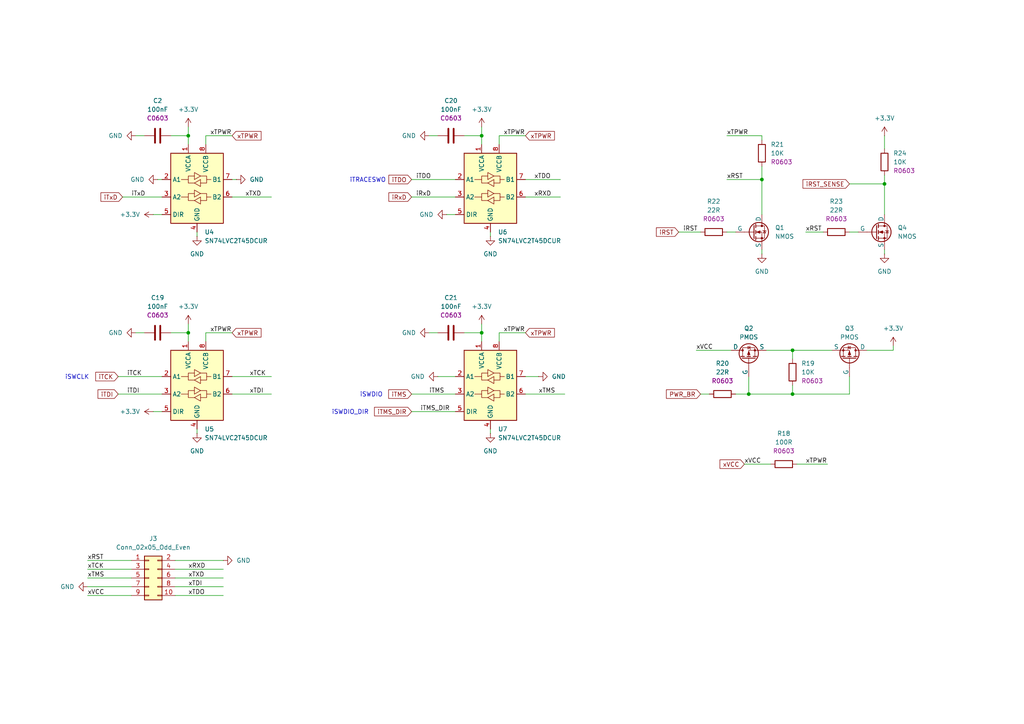
<source format=kicad_sch>
(kicad_sch (version 20231120) (generator "eeschema") (generator_version "8.0")
  (paper "A4")
  (lib_symbols
    (symbol "Connector_Generic:Conn_02x05_Odd_Even" (pin_names (offset 1.016) hide)
      (property "Reference" "J" (at 1.27 7.62 0))
      (property "Value" "Conn_02x05_Odd_Even" (at 1.27 -7.62 0))
      (symbol "Conn_02x05_Odd_Even_1_1"
        (rectangle (start -1.27 -4.953) (end 0 -5.207) (stroke (width 0.1524)))
        (rectangle (start -1.27 -2.413) (end 0 -2.667) (stroke (width 0.1524)))
        (rectangle (start -1.27 0.127) (end 0 -0.127) (stroke (width 0.1524)))
        (rectangle (start -1.27 2.667) (end 0 2.413) (stroke (width 0.1524)))
        (rectangle (start -1.27 5.207) (end 0 4.953) (stroke (width 0.1524)))
        (rectangle (start -1.27 6.35) (end 3.81 -6.35) (stroke (width 0.254)) (fill (type background)))
        (rectangle (start 3.81 -4.953) (end 2.54 -5.207) (stroke (width 0.1524)))
        (rectangle (start 3.81 -2.413) (end 2.54 -2.667) (stroke (width 0.1524)))
        (rectangle (start 3.81 0.127) (end 2.54 -0.127) (stroke (width 0.1524)))
        (rectangle (start 3.81 2.667) (end 2.54 2.413) (stroke (width 0.1524)))
        (rectangle (start 3.81 5.207) (end 2.54 4.953) (stroke (width 0.1524)))
        (pin passive line (at -5.08 5.08 0) (length 3.81) (name "Pin_1") (number "1"))
        (pin passive line (at 7.62 -5.08 180) (length 3.81) (name "Pin_10") (number "10"))
        (pin passive line (at 7.62 5.08 180) (length 3.81) (name "Pin_2") (number "2"))
        (pin passive line (at -5.08 2.54 0) (length 3.81) (name "Pin_3") (number "3"))
        (pin passive line (at 7.62 2.54 180) (length 3.81) (name "Pin_4") (number "4"))
        (pin passive line (at -5.08 0 0) (length 3.81) (name "Pin_5") (number "5"))
        (pin passive line (at 7.62 0 180) (length 3.81) (name "Pin_6") (number "6"))
        (pin passive line (at -5.08 -2.54 0) (length 3.81) (name "Pin_7") (number "7"))
        (pin passive line (at 7.62 -2.54 180) (length 3.81) (name "Pin_8") (number "8"))
        (pin passive line (at -5.08 -5.08 0) (length 3.81) (name "Pin_9") (number "9"))
      )
    )
    (symbol "Device:C" (pin_numbers hide) (pin_names (offset 0.254))
      (property "Reference" "C" (at 0.635 2.54 0))
      (property "Value" "C" (at 0.635 -2.54 0))
      (symbol "C_0_1"
        (polyline (pts (xy -2.032 -0.762) (xy 2.032 -0.762)) (stroke (width 0.508)))
        (polyline (pts (xy -2.032 0.762) (xy 2.032 0.762)) (stroke (width 0.508)))
      )
      (symbol "C_1_1"
        (pin passive line (at 0 3.81 270) (length 2.794) (name "~") (number "1"))
        (pin passive line (at 0 -3.81 90) (length 2.794) (name "~") (number "2"))
      )
    )
    (symbol "Device:R" (pin_numbers hide) (pin_names (offset 0))
      (property "Reference" "R" (at 2.032 0 90))
      (property "Value" "R" (at 0 0 90))
      (symbol "R_0_1"
        (rectangle (start -1.016 -2.54) (end 1.016 2.54) (stroke (width 0.254)))
      )
      (symbol "R_1_1"
        (pin passive line (at 0 3.81 270) (length 1.27) (name "~") (number "1"))
        (pin passive line (at 0 -3.81 90) (length 1.27) (name "~") (number "2"))
      )
    )
    (symbol "Logic_LevelTranslator:SN74LVC2T45DCUR"
      (property "Reference" "U" (at -6.35 11.43 0))
      (property "Value" "SN74LVC2T45DCUR" (at 3.81 11.43 0))
      (symbol "SN74LVC2T45DCUR_0_1"
        (rectangle (start -7.62 10.16) (end 7.62 -10.16) (stroke (width 0.254)) (fill (type background)))
        (polyline (pts (xy -2.54 2.54) (xy -2.54 3.556) (xy -0.762 3.556)))
        (polyline (pts (xy 2.794 2.54) (xy 2.794 1.524) (xy 1.016 1.524)))
        (polyline (pts (xy -0.762 1.524) (xy -2.54 1.524) (xy -2.54 2.54) (xy -4.572 2.54)))
        (polyline (pts (xy -0.762 2.54) (xy -0.762 4.572) (xy 1.016 3.556) (xy -0.762 2.54)))
        (polyline (pts (xy 1.016 3.556) (xy 2.794 3.556) (xy 2.794 2.54) (xy 4.064 2.54)))
        (polyline (pts (xy 1.016 2.54) (xy 1.016 0.762) (xy 1.016 0.508) (xy -0.762 1.524) (xy 1.016 2.54)))
      )
      (symbol "SN74LVC2T45DCUR_1_1"
        (polyline (pts (xy -2.54 -2.54) (xy -2.54 -1.524) (xy -0.762 -1.524)))
        (polyline (pts (xy 2.794 -2.54) (xy 2.794 -3.556) (xy 1.016 -3.556)))
        (polyline (pts (xy -0.762 -3.556) (xy -2.54 -3.556) (xy -2.54 -2.54) (xy -4.572 -2.54)))
        (polyline (pts (xy -0.762 -2.54) (xy -0.762 -0.508) (xy 1.016 -1.524) (xy -0.762 -2.54)))
        (polyline (pts (xy 1.016 -1.524) (xy 2.794 -1.524) (xy 2.794 -2.54) (xy 4.064 -2.54)))
        (polyline (pts (xy 1.016 -2.54) (xy 1.016 -4.318) (xy 1.016 -4.572) (xy -0.762 -3.556) (xy 1.016 -2.54)))
        (pin power_in line (at -2.54 12.7 270) (length 2.54) (name "VCCA") (number "1"))
        (pin bidirectional line (at -10.16 2.54 0) (length 2.54) (name "A1") (number "2"))
        (pin bidirectional line (at -10.16 -2.54 0) (length 2.54) (name "A2") (number "3"))
        (pin power_in line (at 0 -12.7 90) (length 2.54) (name "GND") (number "4"))
        (pin input line (at -10.16 -7.62 0) (length 2.54) (name "DIR") (number "5"))
        (pin bidirectional line (at 10.16 -2.54 180) (length 2.54) (name "B2") (number "6"))
        (pin bidirectional line (at 10.16 2.54 180) (length 2.54) (name "B1") (number "7"))
        (pin power_in line (at 2.54 12.7 270) (length 2.54) (name "VCCB") (number "8"))
      )
    )
    (symbol "Simulation_SPICE:NMOS" (pin_numbers hide) (pin_names (offset 0))
      (property "Reference" "Q" (at 5.08 1.27 0))
      (property "Value" "NMOS" (at 5.08 -1.27 0))
      (symbol "NMOS_0_1"
        (polyline (pts (xy 0.254 0) (xy -2.54 0)))
        (polyline (pts (xy 0.254 1.905) (xy 0.254 -1.905)) (stroke (width 0.254)))
        (polyline (pts (xy 0.762 -1.27) (xy 0.762 -2.286)) (stroke (width 0.254)))
        (polyline (pts (xy 0.762 0.508) (xy 0.762 -0.508)) (stroke (width 0.254)))
        (polyline (pts (xy 0.762 2.286) (xy 0.762 1.27)) (stroke (width 0.254)))
        (polyline (pts (xy 2.54 2.54) (xy 2.54 1.778)))
        (polyline (pts (xy 2.54 -2.54) (xy 2.54 0) (xy 0.762 0)))
        (polyline (pts (xy 0.762 -1.778) (xy 3.302 -1.778) (xy 3.302 1.778) (xy 0.762 1.778)))
        (polyline (pts (xy 1.016 0) (xy 2.032 0.381) (xy 2.032 -0.381) (xy 1.016 0)) (fill (type outline)))
        (polyline (pts (xy 2.794 0.508) (xy 2.921 0.381) (xy 3.683 0.381) (xy 3.81 0.254)))
        (polyline (pts (xy 3.302 0.381) (xy 2.921 -0.254) (xy 3.683 -0.254) (xy 3.302 0.381)))
        (circle (center 1.651 0) (radius 2.794) (stroke (width 0.254)))
        (circle (center 2.54 -1.778) (radius 0.254) (fill (type outline)))
        (circle (center 2.54 1.778) (radius 0.254) (fill (type outline)))
      )
      (symbol "NMOS_1_1"
        (pin passive line (at 2.54 5.08 270) (length 2.54) (name "D") (number "1"))
        (pin input line (at -5.08 0 0) (length 2.54) (name "G") (number "2"))
        (pin passive line (at 2.54 -5.08 90) (length 2.54) (name "S") (number "3"))
      )
    )
    (symbol "Simulation_SPICE:PMOS" (pin_numbers hide) (pin_names (offset 0))
      (property "Reference" "Q" (at 5.08 1.27 0))
      (property "Value" "PMOS" (at 5.08 -1.27 0))
      (symbol "PMOS_0_1"
        (polyline (pts (xy 0.254 0) (xy -2.54 0)))
        (polyline (pts (xy 0.254 1.905) (xy 0.254 -1.905)) (stroke (width 0.254)))
        (polyline (pts (xy 0.762 -1.27) (xy 0.762 -2.286)) (stroke (width 0.254)))
        (polyline (pts (xy 0.762 0.508) (xy 0.762 -0.508)) (stroke (width 0.254)))
        (polyline (pts (xy 0.762 2.286) (xy 0.762 1.27)) (stroke (width 0.254)))
        (polyline (pts (xy 2.54 2.54) (xy 2.54 1.778)))
        (polyline (pts (xy 2.54 -2.54) (xy 2.54 0) (xy 0.762 0)))
        (polyline (pts (xy 0.762 1.778) (xy 3.302 1.778) (xy 3.302 -1.778) (xy 0.762 -1.778)))
        (polyline (pts (xy 2.286 0) (xy 1.27 0.381) (xy 1.27 -0.381) (xy 2.286 0)) (fill (type outline)))
        (polyline (pts (xy 2.794 -0.508) (xy 2.921 -0.381) (xy 3.683 -0.381) (xy 3.81 -0.254)))
        (polyline (pts (xy 3.302 -0.381) (xy 2.921 0.254) (xy 3.683 0.254) (xy 3.302 -0.381)))
        (circle (center 1.651 0) (radius 2.794) (stroke (width 0.254)))
        (circle (center 2.54 -1.778) (radius 0.254) (fill (type outline)))
        (circle (center 2.54 1.778) (radius 0.254) (fill (type outline)))
      )
      (symbol "PMOS_1_1"
        (pin passive line (at 2.54 5.08 270) (length 2.54) (name "D") (number "1"))
        (pin input line (at -5.08 0 0) (length 2.54) (name "G") (number "2"))
        (pin passive line (at 2.54 -5.08 90) (length 2.54) (name "S") (number "3"))
      )
    )
    (symbol "power:+3.3V" (power) (pin_numbers hide) (pin_names (offset 0) hide)
      (property "Value" "+3.3V" (at 0 3.556 0))
      (symbol "+3.3V_0_1"
        (polyline (pts (xy -0.762 1.27) (xy 0 2.54)))
        (polyline (pts (xy 0 0) (xy 0 2.54)))
        (polyline (pts (xy 0 2.54) (xy 0.762 1.27)))
      )
      (symbol "+3.3V_1_1"
        (pin power_in line (at 0 0 90) (length 0) (name "~") (number "1"))
      )
    )
    (symbol "power:GND" (power) (pin_numbers hide) (pin_names (offset 0) hide)
      (property "Value" "GND" (at 0 -3.81 0))
      (symbol "GND_0_1"
        (polyline (pts (xy 0 0) (xy 0 -1.27) (xy 1.27 -1.27) (xy 0 -2.54) (xy -1.27 -1.27) (xy 0 -1.27)))
      )
      (symbol "GND_1_1"
        (pin power_in line (at 0 0 270) (length 0) (name "~") (number "1"))
      )
    )
  )
  (junction (at 220.98 52.07))
  (junction (at 229.87 101.6))
  (junction (at 256.54 53.34))
  (junction (at 217.17 114.3))
  (junction (at 54.61 39.37))
  (junction (at 229.87 114.3))
  (junction (at 139.7 39.37))
  (junction (at 54.61 96.52))
  (junction (at 139.7 96.52))
  (wire (pts (xy 127 109.22) (xy 132.08 109.22)))
  (wire (pts (xy 49.53 96.52) (xy 54.61 96.52)))
  (wire (pts (xy 54.61 36.83) (xy 54.61 39.37)))
  (wire (pts (xy 54.61 96.52) (xy 54.61 99.06)))
  (wire (pts (xy 57.15 67.31) (xy 57.15 68.58)))
  (wire (pts (xy 39.37 39.37) (xy 41.91 39.37)))
  (wire (pts (xy 196.85 67.31) (xy 203.2 67.31)))
  (wire (pts (xy 210.82 52.07) (xy 220.98 52.07)))
  (wire (pts (xy 50.8 170.18) (xy 64.77 170.18)))
  (wire (pts (xy 229.87 101.6) (xy 222.25 101.6)))
  (wire (pts (xy 152.4 52.07) (xy 162.56 52.07)))
  (wire (pts (xy 229.87 114.3) (xy 246.38 114.3)))
  (wire (pts (xy 59.69 96.52) (xy 67.31 96.52)))
  (wire (pts (xy 45.72 52.07) (xy 46.99 52.07)))
  (wire (pts (xy 59.69 39.37) (xy 67.31 39.37)))
  (wire (pts (xy 229.87 101.6) (xy 241.3 101.6)))
  (wire (pts (xy 217.17 109.22) (xy 217.17 114.3)))
  (wire (pts (xy 152.4 109.22) (xy 156.21 109.22)))
  (wire (pts (xy 215.9 134.62) (xy 223.52 134.62)))
  (wire (pts (xy 59.69 41.91) (xy 59.69 39.37)))
  (wire (pts (xy 124.46 39.37) (xy 127 39.37)))
  (wire (pts (xy 25.4 172.72) (xy 38.1 172.72)))
  (wire (pts (xy 152.4 57.15) (xy 162.56 57.15)))
  (wire (pts (xy 129.54 62.23) (xy 132.08 62.23)))
  (wire (pts (xy 54.61 93.98) (xy 54.61 96.52)))
  (wire (pts (xy 67.31 57.15) (xy 78.74 57.15)))
  (wire (pts (xy 256.54 53.34) (xy 256.54 62.23)))
  (wire (pts (xy 139.7 36.83) (xy 139.7 39.37)))
  (wire (pts (xy 119.38 52.07) (xy 132.08 52.07)))
  (wire (pts (xy 50.8 165.1) (xy 64.77 165.1)))
  (wire (pts (xy 44.45 62.23) (xy 46.99 62.23)))
  (wire (pts (xy 144.78 99.06) (xy 144.78 96.52)))
  (wire (pts (xy 67.31 52.07) (xy 68.58 52.07)))
  (wire (pts (xy 139.7 39.37) (xy 139.7 41.91)))
  (wire (pts (xy 256.54 72.39) (xy 256.54 73.66)))
  (wire (pts (xy 142.24 67.31) (xy 142.24 68.58)))
  (wire (pts (xy 229.87 114.3) (xy 217.17 114.3)))
  (wire (pts (xy 50.8 167.64) (xy 64.77 167.64)))
  (wire (pts (xy 39.37 96.52) (xy 41.91 96.52)))
  (wire (pts (xy 59.69 99.06) (xy 59.69 96.52)))
  (wire (pts (xy 134.62 96.52) (xy 139.7 96.52)))
  (wire (pts (xy 203.2 114.3) (xy 205.74 114.3)))
  (wire (pts (xy 25.4 165.1) (xy 38.1 165.1)))
  (wire (pts (xy 229.87 104.14) (xy 229.87 101.6)))
  (wire (pts (xy 210.82 39.37) (xy 220.98 39.37)))
  (wire (pts (xy 54.61 39.37) (xy 54.61 41.91)))
  (wire (pts (xy 25.4 167.64) (xy 38.1 167.64)))
  (wire (pts (xy 49.53 39.37) (xy 54.61 39.37)))
  (wire (pts (xy 139.7 96.52) (xy 139.7 99.06)))
  (wire (pts (xy 50.8 162.56) (xy 64.77 162.56)))
  (wire (pts (xy 246.38 109.22) (xy 246.38 114.3)))
  (wire (pts (xy 144.78 96.52) (xy 152.4 96.52)))
  (wire (pts (xy 50.8 172.72) (xy 64.77 172.72)))
  (wire (pts (xy 152.4 114.3) (xy 163.83 114.3)))
  (wire (pts (xy 119.38 57.15) (xy 132.08 57.15)))
  (wire (pts (xy 25.4 162.56) (xy 38.1 162.56)))
  (wire (pts (xy 231.14 134.62) (xy 240.03 134.62)))
  (wire (pts (xy 220.98 52.07) (xy 220.98 62.23)))
  (wire (pts (xy 233.68 67.31) (xy 238.76 67.31)))
  (wire (pts (xy 229.87 111.76) (xy 229.87 114.3)))
  (wire (pts (xy 119.38 119.38) (xy 132.08 119.38)))
  (wire (pts (xy 67.31 114.3) (xy 78.74 114.3)))
  (wire (pts (xy 44.45 119.38) (xy 46.99 119.38)))
  (wire (pts (xy 25.4 170.18) (xy 38.1 170.18)))
  (wire (pts (xy 142.24 124.46) (xy 142.24 125.73)))
  (wire (pts (xy 57.15 124.46) (xy 57.15 125.73)))
  (wire (pts (xy 210.82 67.31) (xy 213.36 67.31)))
  (wire (pts (xy 259.08 101.6) (xy 251.46 101.6)))
  (wire (pts (xy 201.93 101.6) (xy 212.09 101.6)))
  (wire (pts (xy 34.29 114.3) (xy 46.99 114.3)))
  (wire (pts (xy 220.98 72.39) (xy 220.98 73.66)))
  (wire (pts (xy 119.38 114.3) (xy 132.08 114.3)))
  (wire (pts (xy 246.38 53.34) (xy 256.54 53.34)))
  (wire (pts (xy 220.98 39.37) (xy 220.98 40.64)))
  (wire (pts (xy 134.62 39.37) (xy 139.7 39.37)))
  (wire (pts (xy 259.08 100.33) (xy 259.08 101.6)))
  (wire (pts (xy 213.36 114.3) (xy 217.17 114.3)))
  (wire (pts (xy 256.54 39.37) (xy 256.54 43.18)))
  (wire (pts (xy 144.78 39.37) (xy 152.4 39.37)))
  (wire (pts (xy 67.31 109.22) (xy 78.74 109.22)))
  (wire (pts (xy 246.38 67.31) (xy 248.92 67.31)))
  (wire (pts (xy 124.46 96.52) (xy 127 96.52)))
  (wire (pts (xy 256.54 50.8) (xy 256.54 53.34)))
  (wire (pts (xy 34.29 109.22) (xy 46.99 109.22)))
  (wire (pts (xy 35.56 57.15) (xy 46.99 57.15)))
  (wire (pts (xy 139.7 93.98) (xy 139.7 96.52)))
  (wire (pts (xy 144.78 41.91) (xy 144.78 39.37)))
  (wire (pts (xy 220.98 48.26) (xy 220.98 52.07)))
  (text "iSWDIO" (at 107.696 114.554 0) (effects (font (size 1.27 1.27))))
  (text "iSWCLK" (at 22.352 109.474 0) (effects (font (size 1.27 1.27))))
  (text "iSWDIO_DIR" (at 101.6 119.634 0) (effects (font (size 1.27 1.27))))
  (text "iTRACESWO" (at 106.68 52.324 0) (effects (font (size 1.27 1.27))))
  (label "xTMS" (at 25.4 167.64 0))
  (label "xTDI" (at 72.39 114.3 0))
  (label "iTDI" (at 36.83 114.3 0))
  (label "xRXD" (at 54.61 165.1 0))
  (label "xVCC" (at 25.4 172.72 0))
  (label "iTxD" (at 38.1 57.15 0))
  (label "xVCC" (at 215.9 134.62 0))
  (label "iTMS_DIR" (at 121.92 119.38 0))
  (label "xTPWR" (at 60.96 39.37 0))
  (label "xTXD" (at 71.12 57.15 0))
  (label "xTPWR" (at 146.05 96.52 0))
  (label "xTCK" (at 25.4 165.1 0))
  (label "xRST" (at 210.82 52.07 0))
  (label "xRXD" (at 154.94 57.15 0))
  (label "iRxD" (at 120.65 57.15 0))
  (label "xTPWR" (at 210.82 39.37 0))
  (label "iTMS" (at 124.46 114.3 0))
  (label "xTDI" (at 54.61 170.18 0))
  (label "iTCK" (at 36.83 109.22 0))
  (label "xTDO" (at 154.94 52.07 0))
  (label "xTCK" (at 72.39 109.22 0))
  (label "iTDO" (at 120.65 52.07 0))
  (label "xTPWR" (at 60.96 96.52 0))
  (label "xTPWR" (at 146.05 39.37 0))
  (label "xVCC" (at 201.93 101.6 0))
  (label "xRST" (at 25.4 162.56 0))
  (label "xTPWR" (at 233.68 134.62 0))
  (label "iRST" (at 198.12 67.31 0))
  (label "xTXD" (at 54.61 167.64 0))
  (label "xRST" (at 233.68 67.31 0))
  (label "xTDO" (at 54.61 172.72 0))
  (label "xTMS" (at 156.21 114.3 0))
  (global_label "iTMS" (shape input) (at 119.38 114.3 180) (property "Intersheetrefs" "${INTERSHEET_REFS}" (effects (hide yes))))
  (global_label "PWR_BR" (shape input) (at 203.2 114.3 180) (property "Intersheetrefs" "${INTERSHEET_REFS}" (effects (hide yes))))
  (global_label "iRST" (shape input) (at 196.85 67.31 180) (property "Intersheetrefs" "${INTERSHEET_REFS}" (effects (hide yes))))
  (global_label "xTPWR" (shape input) (at 152.4 39.37 0) (property "Intersheetrefs" "${INTERSHEET_REFS}" (effects (hide yes))))
  (global_label "iRST_SENSE" (shape input) (at 246.38 53.34 180) (property "Intersheetrefs" "${INTERSHEET_REFS}" (effects (hide yes))))
  (global_label "xTPWR" (shape input) (at 67.31 39.37 0) (property "Intersheetrefs" "${INTERSHEET_REFS}" (effects (hide yes))))
  (global_label "xTPWR" (shape input) (at 152.4 96.52 0) (property "Intersheetrefs" "${INTERSHEET_REFS}" (effects (hide yes))))
  (global_label "iTxD" (shape input) (at 35.56 57.15 180) (property "Intersheetrefs" "${INTERSHEET_REFS}" (effects (hide yes))))
  (global_label "iTDI" (shape input) (at 34.29 114.3 180) (property "Intersheetrefs" "${INTERSHEET_REFS}" (effects (hide yes))))
  (global_label "xTPWR" (shape input) (at 67.31 96.52 0) (property "Intersheetrefs" "${INTERSHEET_REFS}" (effects (hide yes))))
  (global_label "xVCC" (shape input) (at 215.9 134.62 180) (property "Intersheetrefs" "${INTERSHEET_REFS}" (effects (hide yes))))
  (global_label "iRxD" (shape input) (at 119.38 57.15 180) (property "Intersheetrefs" "${INTERSHEET_REFS}" (effects (hide yes))))
  (global_label "iTMS_DIR" (shape input) (at 119.38 119.38 180) (property "Intersheetrefs" "${INTERSHEET_REFS}" (effects (hide yes))))
  (global_label "iTCK" (shape input) (at 34.29 109.22 180) (property "Intersheetrefs" "${INTERSHEET_REFS}" (effects (hide yes))))
  (global_label "iTDO" (shape input) (at 119.38 52.07 180) (property "Intersheetrefs" "${INTERSHEET_REFS}" (effects (hide yes))))
  (symbol (lib_id "Logic_LevelTranslator:SN74LVC2T45DCUR") (at 142.24 111.76 0) (unit 1)
    (property "Reference" "U7" (at 144.4341 124.46 0) (effects (justify left)))
    (property "Value" "SN74LVC2T45DCUR" (at 144.4341 127 0) (effects (justify left)))
    (property "Footprint" "Package_SO:VSSOP-8_2.3x2mm_P0.5mm" (effects (hide yes)))
    (property "Datasheet" "http://www.ti.com/lit/ds/symlink/sn74lvc2t45.pdf" (effects (hide yes)))
    (property "Description" "Dual-Bit Dual-Supply Bus Transceiver With Configurable Voltage Translation and 3-State Outputs, VSSOP-8" (effects (hide yes)))
  )
  (symbol (lib_id "Device:C") (at 45.72 39.37 90) (unit 1)
    (property "Reference" "C2" (at 45.72 29.21 90))
    (property "Value" "100nF" (at 45.72 31.75 90))
    (property "Footprint" "Capacitor_SMD:C_0603_1608Metric" (effects (hide yes)))
    (property "Description" "Unpolarized capacitor" (effects (hide yes)))
    (property "Package" "C0603" (at 45.72 34.29 90))
  )
  (symbol (lib_id "Logic_LevelTranslator:SN74LVC2T45DCUR") (at 57.15 54.61 0) (unit 1)
    (property "Reference" "U4" (at 59.3441 67.31 0) (effects (justify left)))
    (property "Value" "SN74LVC2T45DCUR" (at 59.3441 69.85 0) (effects (justify left)))
    (property "Footprint" "Package_SO:VSSOP-8_2.3x2mm_P0.5mm" (effects (hide yes)))
    (property "Datasheet" "http://www.ti.com/lit/ds/symlink/sn74lvc2t45.pdf" (effects (hide yes)))
    (property "Description" "Dual-Bit Dual-Supply Bus Transceiver With Configurable Voltage Translation and 3-State Outputs, VSSOP-8" (effects (hide yes)))
  )
  (symbol (lib_id "power:GND") (at 129.54 62.23 270) (unit 1)
    (property "Reference" "#PWR045" (effects (hide yes)))
    (property "Value" "GND" (at 125.73 62.2299 90) (effects (justify right)))
    (property "Description" "Power symbol creates a global label with name \"GND\" , ground" (effects (hide yes)))
  )
  (symbol (lib_id "Device:R") (at 207.01 67.31 270) (unit 1)
    (property "Reference" "R22" (at 207.01 58.42 90))
    (property "Value" "22R" (at 207.01 60.96 90))
    (property "Footprint" "Resistor_SMD:R_0603_1608Metric" (effects (hide yes)))
    (property "Description" "Resistor" (effects (hide yes)))
    (property "Package" "R0603" (at 207.01 63.5 90))
  )
  (symbol (lib_id "power:+3.3V") (at 256.54 39.37 0) (unit 1)
    (property "Reference" "#PWR061" (effects (hide yes)))
    (property "Value" "+3.3V" (at 256.54 34.29 0))
    (property "Description" "Power symbol creates a global label with name \"+3.3V\"" (effects (hide yes)))
  )
  (symbol (lib_id "power:GND") (at 57.15 125.73 0) (unit 1)
    (property "Reference" "#PWR043" (effects (hide yes)))
    (property "Value" "GND" (at 57.15 130.81 0))
    (property "Description" "Power symbol creates a global label with name \"GND\" , ground" (effects (hide yes)))
  )
  (symbol (lib_id "power:GND") (at 124.46 39.37 270) (unit 1)
    (property "Reference" "#PWR044" (effects (hide yes)))
    (property "Value" "GND" (at 120.65 39.3699 90) (effects (justify right)))
    (property "Description" "Power symbol creates a global label with name \"GND\" , ground" (effects (hide yes)))
  )
  (symbol (lib_id "power:+3.3V") (at 44.45 62.23 90) (unit 1)
    (property "Reference" "#PWR036" (effects (hide yes)))
    (property "Value" "+3.3V" (at 40.64 62.2299 90) (effects (justify left)))
    (property "Description" "Power symbol creates a global label with name \"+3.3V\"" (effects (hide yes)))
  )
  (symbol (lib_id "power:+3.3V") (at 54.61 93.98 0) (unit 1)
    (property "Reference" "#PWR042" (effects (hide yes)))
    (property "Value" "+3.3V" (at 54.61 88.9 0))
    (property "Description" "Power symbol creates a global label with name \"+3.3V\"" (effects (hide yes)))
  )
  (symbol (lib_id "Device:R") (at 242.57 67.31 270) (unit 1)
    (property "Reference" "R23" (at 242.57 58.42 90))
    (property "Value" "22R" (at 242.57 60.96 90))
    (property "Footprint" "Resistor_SMD:R_0603_1608Metric" (effects (hide yes)))
    (property "Description" "Resistor" (effects (hide yes)))
    (property "Package" "R0603" (at 242.57 63.5 90))
  )
  (symbol (lib_id "Device:R") (at 229.87 107.95 0) (unit 1)
    (property "Reference" "R19" (at 232.41 105.4099 0) (effects (justify left)))
    (property "Value" "10K" (at 232.41 107.9499 0) (effects (justify left)))
    (property "Footprint" "Resistor_SMD:R_0603_1608Metric" (effects (hide yes)))
    (property "Description" "Resistor" (effects (hide yes)))
    (property "Package" "R0603" (at 232.41 110.4899 0) (effects (justify left)))
  )
  (symbol (lib_id "Simulation_SPICE:PMOS") (at 217.17 104.14 90) (unit 1)
    (property "Reference" "Q2" (at 217.17 95.25 90))
    (property "Value" "PMOS" (at 217.17 97.79 90))
    (property "Footprint" "Package_TO_SOT_SMD:SOT-23-3" (effects (hide yes)))
    (property "Datasheet" "https://ngspice.sourceforge.io/docs/ngspice-html-manual/manual.xhtml#cha_MOSFETs" (effects (hide yes)))
    (property "Description" "P-MOSFET transistor, drain/source/gate" (effects (hide yes)))
    (property "Sim.Device" "PMOS" (effects (hide yes)))
    (property "Sim.Type" "VDMOS" (effects (hide yes)))
    (property "Sim.Pins" "1=D 2=G 3=S" (effects (hide yes)))
  )
  (symbol (lib_id "power:+3.3V") (at 259.08 100.33 0) (unit 1)
    (property "Reference" "#PWR058" (effects (hide yes)))
    (property "Value" "+3.3V" (at 259.08 95.25 0))
    (property "Description" "Power symbol creates a global label with name \"+3.3V\"" (effects (hide yes)))
  )
  (symbol (lib_id "power:GND") (at 68.58 52.07 90) (unit 1)
    (property "Reference" "#PWR053" (effects (hide yes)))
    (property "Value" "GND" (at 72.39 52.0699 90) (effects (justify right)))
    (property "Description" "Power symbol creates a global label with name \"GND\" , ground" (effects (hide yes)))
  )
  (symbol (lib_id "power:GND") (at 64.77 162.56 90) (unit 1)
    (property "Reference" "#PWR057" (effects (hide yes)))
    (property "Value" "GND" (at 68.58 162.5599 90) (effects (justify right)))
    (property "Description" "Power symbol creates a global label with name \"GND\" , ground" (effects (hide yes)))
  )
  (symbol (lib_id "Device:R") (at 220.98 44.45 0) (unit 1)
    (property "Reference" "R21" (at 223.52 41.9099 0) (effects (justify left)))
    (property "Value" "10K" (at 223.52 44.4499 0) (effects (justify left)))
    (property "Footprint" "Resistor_SMD:R_0603_1608Metric" (effects (hide yes)))
    (property "Description" "Resistor" (effects (hide yes)))
    (property "Package" "R0603" (at 223.52 46.9899 0) (effects (justify left)))
  )
  (symbol (lib_id "Device:R") (at 209.55 114.3 270) (unit 1)
    (property "Reference" "R20" (at 209.55 105.41 90))
    (property "Value" "22R" (at 209.55 107.95 90))
    (property "Footprint" "Resistor_SMD:R_0603_1608Metric" (effects (hide yes)))
    (property "Description" "Resistor" (effects (hide yes)))
    (property "Package" "R0603" (at 209.55 110.49 90))
  )
  (symbol (lib_id "power:GND") (at 156.21 109.22 90) (unit 1)
    (property "Reference" "#PWR055" (effects (hide yes)))
    (property "Value" "GND" (at 160.02 109.2199 90) (effects (justify right)))
    (property "Description" "Power symbol creates a global label with name \"GND\" , ground" (effects (hide yes)))
  )
  (symbol (lib_id "power:+3.3V") (at 139.7 93.98 0) (unit 1)
    (property "Reference" "#PWR050" (effects (hide yes)))
    (property "Value" "+3.3V" (at 139.7 88.9 0))
    (property "Description" "Power symbol creates a global label with name \"+3.3V\"" (effects (hide yes)))
  )
  (symbol (lib_id "power:GND") (at 142.24 68.58 0) (unit 1)
    (property "Reference" "#PWR047" (effects (hide yes)))
    (property "Value" "GND" (at 142.24 73.66 0))
    (property "Description" "Power symbol creates a global label with name \"GND\" , ground" (effects (hide yes)))
  )
  (symbol (lib_id "Simulation_SPICE:PMOS") (at 246.38 104.14 270) (mirror x) (unit 1)
    (property "Reference" "Q3" (at 246.38 95.25 90))
    (property "Value" "PMOS" (at 246.38 97.79 90))
    (property "Footprint" "Package_TO_SOT_SMD:SOT-23-3" (effects (hide yes)))
    (property "Datasheet" "https://ngspice.sourceforge.io/docs/ngspice-html-manual/manual.xhtml#cha_MOSFETs" (effects (hide yes)))
    (property "Description" "P-MOSFET transistor, drain/source/gate" (effects (hide yes)))
    (property "Sim.Device" "PMOS" (effects (hide yes)))
    (property "Sim.Type" "VDMOS" (effects (hide yes)))
    (property "Sim.Pins" "1=D 2=G 3=S" (effects (hide yes)))
  )
  (symbol (lib_id "Device:C") (at 45.72 96.52 90) (unit 1)
    (property "Reference" "C19" (at 45.72 86.36 90))
    (property "Value" "100nF" (at 45.72 88.9 90))
    (property "Footprint" "Capacitor_SMD:C_0603_1608Metric" (effects (hide yes)))
    (property "Description" "Unpolarized capacitor" (effects (hide yes)))
    (property "Package" "C0603" (at 45.72 91.44 90))
  )
  (symbol (lib_id "Device:C") (at 130.81 96.52 90) (unit 1)
    (property "Reference" "C21" (at 130.81 86.36 90))
    (property "Value" "100nF" (at 130.81 88.9 90))
    (property "Footprint" "Capacitor_SMD:C_0603_1608Metric" (effects (hide yes)))
    (property "Description" "Unpolarized capacitor" (effects (hide yes)))
    (property "Package" "C0603" (at 130.81 91.44 90))
  )
  (symbol (lib_id "power:+3.3V") (at 54.61 36.83 0) (unit 1)
    (property "Reference" "#PWR040" (effects (hide yes)))
    (property "Value" "+3.3V" (at 54.61 31.75 0))
    (property "Description" "Power symbol creates a global label with name \"+3.3V\"" (effects (hide yes)))
  )
  (symbol (lib_id "power:GND") (at 39.37 96.52 270) (unit 1)
    (property "Reference" "#PWR037" (effects (hide yes)))
    (property "Value" "GND" (at 35.56 96.5199 90) (effects (justify right)))
    (property "Description" "Power symbol creates a global label with name \"GND\" , ground" (effects (hide yes)))
  )
  (symbol (lib_id "power:GND") (at 57.15 68.58 0) (unit 1)
    (property "Reference" "#PWR038" (effects (hide yes)))
    (property "Value" "GND" (at 57.15 73.66 0))
    (property "Description" "Power symbol creates a global label with name \"GND\" , ground" (effects (hide yes)))
  )
  (symbol (lib_id "Connector_Generic:Conn_02x05_Odd_Even") (at 43.18 167.64 0) (unit 1)
    (property "Reference" "J3" (at 44.45 156.21 0))
    (property "Value" "Conn_02x05_Odd_Even" (at 44.45 158.75 0))
    (property "Footprint" "Connector_PinHeader_2.54mm:PinHeader_2x05_P2.54mm_Horizontal" (effects (hide yes)))
    (property "Description" "Generic connector, double row, 02x05, odd/even pin numbering scheme (row 1 odd numbers, row 2 even numbers), script generated (kicad-library-utils/schlib/autogen/connector/)" (effects (hide yes)))
  )
  (symbol (lib_id "power:GND") (at 127 109.22 270) (unit 1)
    (property "Reference" "#PWR054" (effects (hide yes)))
    (property "Value" "GND" (at 123.19 109.2199 90) (effects (justify right)))
    (property "Description" "Power symbol creates a global label with name \"GND\" , ground" (effects (hide yes)))
  )
  (symbol (lib_id "Simulation_SPICE:NMOS") (at 254 67.31 0) (unit 1)
    (property "Reference" "Q4" (at 260.35 66.0399 0) (effects (justify left)))
    (property "Value" "NMOS" (at 260.35 68.5799 0) (effects (justify left)))
    (property "Footprint" "Package_TO_SOT_SMD:SOT-23-3" (effects (hide yes)))
    (property "Datasheet" "https://ngspice.sourceforge.io/docs/ngspice-html-manual/manual.xhtml#cha_MOSFETs" (effects (hide yes)))
    (property "Description" "N-MOSFET transistor, drain/source/gate" (effects (hide yes)))
    (property "Sim.Device" "NMOS" (effects (hide yes)))
    (property "Sim.Type" "VDMOS" (effects (hide yes)))
    (property "Sim.Pins" "1=D 2=G 3=S" (effects (hide yes)))
  )
  (symbol (lib_id "power:GND") (at 45.72 52.07 270) (unit 1)
    (property "Reference" "#PWR052" (effects (hide yes)))
    (property "Value" "GND" (at 41.91 52.0699 90) (effects (justify right)))
    (property "Description" "Power symbol creates a global label with name \"GND\" , ground" (effects (hide yes)))
  )
  (symbol (lib_id "power:GND") (at 220.98 73.66 0) (unit 1)
    (property "Reference" "#PWR059" (effects (hide yes)))
    (property "Value" "GND" (at 220.98 78.74 0))
    (property "Description" "Power symbol creates a global label with name \"GND\" , ground" (effects (hide yes)))
  )
  (symbol (lib_id "Device:R") (at 256.54 46.99 0) (unit 1)
    (property "Reference" "R24" (at 259.08 44.4499 0) (effects (justify left)))
    (property "Value" "10K" (at 259.08 46.9899 0) (effects (justify left)))
    (property "Footprint" "Resistor_SMD:R_0603_1608Metric" (effects (hide yes)))
    (property "Description" "Resistor" (effects (hide yes)))
    (property "Package" "R0603" (at 259.08 49.5299 0) (effects (justify left)))
  )
  (symbol (lib_id "Device:C") (at 130.81 39.37 90) (unit 1)
    (property "Reference" "C20" (at 130.81 29.21 90))
    (property "Value" "100nF" (at 130.81 31.75 90))
    (property "Footprint" "Capacitor_SMD:C_0603_1608Metric" (effects (hide yes)))
    (property "Description" "Unpolarized capacitor" (effects (hide yes)))
    (property "Package" "C0603" (at 130.81 34.29 90))
  )
  (symbol (lib_id "Logic_LevelTranslator:SN74LVC2T45DCUR") (at 142.24 54.61 0) (unit 1)
    (property "Reference" "U6" (at 144.4341 67.31 0) (effects (justify left)))
    (property "Value" "SN74LVC2T45DCUR" (at 144.4341 69.85 0) (effects (justify left)))
    (property "Footprint" "Package_SO:VSSOP-8_2.3x2mm_P0.5mm" (effects (hide yes)))
    (property "Datasheet" "http://www.ti.com/lit/ds/symlink/sn74lvc2t45.pdf" (effects (hide yes)))
    (property "Description" "Dual-Bit Dual-Supply Bus Transceiver With Configurable Voltage Translation and 3-State Outputs, VSSOP-8" (effects (hide yes)))
  )
  (symbol (lib_id "Logic_LevelTranslator:SN74LVC2T45DCUR") (at 57.15 111.76 0) (unit 1)
    (property "Reference" "U5" (at 59.3441 124.46 0) (effects (justify left)))
    (property "Value" "SN74LVC2T45DCUR" (at 59.3441 127 0) (effects (justify left)))
    (property "Footprint" "Package_SO:VSSOP-8_2.3x2mm_P0.5mm" (effects (hide yes)))
    (property "Datasheet" "http://www.ti.com/lit/ds/symlink/sn74lvc2t45.pdf" (effects (hide yes)))
    (property "Description" "Dual-Bit Dual-Supply Bus Transceiver With Configurable Voltage Translation and 3-State Outputs, VSSOP-8" (effects (hide yes)))
  )
  (symbol (lib_id "power:+3.3V") (at 139.7 36.83 0) (unit 1)
    (property "Reference" "#PWR046" (effects (hide yes)))
    (property "Value" "+3.3V" (at 139.7 31.75 0))
    (property "Description" "Power symbol creates a global label with name \"+3.3V\"" (effects (hide yes)))
  )
  (symbol (lib_id "power:GND") (at 39.37 39.37 270) (unit 1)
    (property "Reference" "#PWR041" (effects (hide yes)))
    (property "Value" "GND" (at 35.56 39.3699 90) (effects (justify right)))
    (property "Description" "Power symbol creates a global label with name \"GND\" , ground" (effects (hide yes)))
  )
  (symbol (lib_id "power:GND") (at 142.24 125.73 0) (unit 1)
    (property "Reference" "#PWR051" (effects (hide yes)))
    (property "Value" "GND" (at 142.24 130.81 0))
    (property "Description" "Power symbol creates a global label with name \"GND\" , ground" (effects (hide yes)))
  )
  (symbol (lib_id "power:GND") (at 124.46 96.52 270) (unit 1)
    (property "Reference" "#PWR048" (effects (hide yes)))
    (property "Value" "GND" (at 120.65 96.5199 90) (effects (justify right)))
    (property "Description" "Power symbol creates a global label with name \"GND\" , ground" (effects (hide yes)))
  )
  (symbol (lib_id "power:GND") (at 25.4 170.18 270) (unit 1)
    (property "Reference" "#PWR056" (effects (hide yes)))
    (property "Value" "GND" (at 21.59 170.1799 90) (effects (justify right)))
    (property "Description" "Power symbol creates a global label with name \"GND\" , ground" (effects (hide yes)))
  )
  (symbol (lib_id "Device:R") (at 227.33 134.62 270) (unit 1)
    (property "Reference" "R18" (at 227.33 125.73 90))
    (property "Value" "100R" (at 227.33 128.27 90))
    (property "Footprint" "Resistor_SMD:R_0603_1608Metric" (effects (hide yes)))
    (property "Description" "Resistor" (effects (hide yes)))
    (property "Package" "R0603" (at 227.33 130.81 90))
  )
  (symbol (lib_id "power:GND") (at 256.54 73.66 0) (unit 1)
    (property "Reference" "#PWR060" (effects (hide yes)))
    (property "Value" "GND" (at 256.54 78.74 0))
    (property "Description" "Power symbol creates a global label with name \"GND\" , ground" (effects (hide yes)))
  )
  (symbol (lib_id "power:+3.3V") (at 44.45 119.38 90) (unit 1)
    (property "Reference" "#PWR039" (effects (hide yes)))
    (property "Value" "+3.3V" (at 40.64 119.3799 90) (effects (justify left)))
    (property "Description" "Power symbol creates a global label with name \"+3.3V\"" (effects (hide yes)))
  )
  (symbol (lib_id "Simulation_SPICE:NMOS") (at 218.44 67.31 0) (unit 1)
    (property "Reference" "Q1" (at 224.79 66.0399 0) (effects (justify left)))
    (property "Value" "NMOS" (at 224.79 68.5799 0) (effects (justify left)))
    (property "Footprint" "Package_TO_SOT_SMD:SOT-23-3" (effects (hide yes)))
    (property "Datasheet" "https://ngspice.sourceforge.io/docs/ngspice-html-manual/manual.xhtml#cha_MOSFETs" (effects (hide yes)))
    (property "Description" "N-MOSFET transistor, drain/source/gate" (effects (hide yes)))
    (property "Sim.Device" "NMOS" (effects (hide yes)))
    (property "Sim.Type" "VDMOS" (effects (hide yes)))
    (property "Sim.Pins" "1=D 2=G 3=S" (effects (hide yes)))
  )
)
</source>
